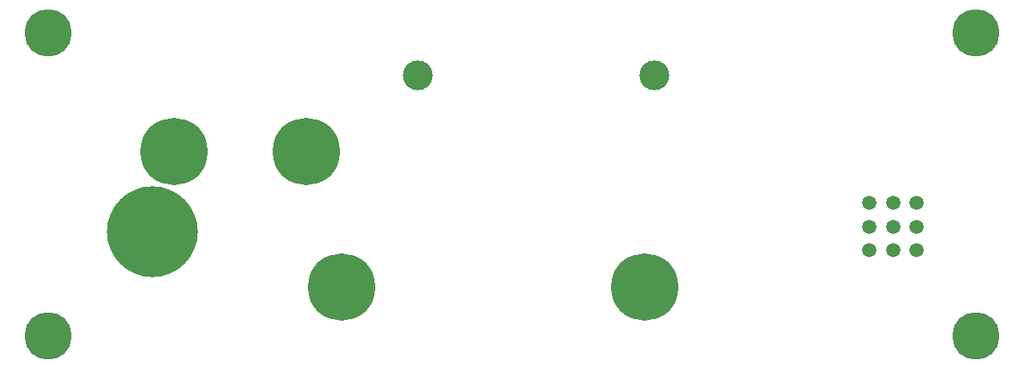
<source format=gbr>
G04 #@! TF.GenerationSoftware,KiCad,Pcbnew,(6.0.10)*
G04 #@! TF.CreationDate,2023-08-09T07:30:24+00:00*
G04 #@! TF.ProjectId,HL2IO_endcap,484c3249-4f5f-4656-9e64-6361702e6b69,2.1*
G04 #@! TF.SameCoordinates,PX2e593c0PY56057c0*
G04 #@! TF.FileFunction,Soldermask,Top*
G04 #@! TF.FilePolarity,Negative*
%FSLAX46Y46*%
G04 Gerber Fmt 4.6, Leading zero omitted, Abs format (unit mm)*
G04 Created by KiCad (PCBNEW (6.0.10)) date 2023-08-09 07:30:24*
%MOMM*%
%LPD*%
G01*
G04 APERTURE LIST*
%ADD10C,7.102000*%
%ADD11C,9.602000*%
%ADD12C,5.002000*%
%ADD13C,1.502000*%
%ADD14C,3.152000*%
G04 APERTURE END LIST*
D10*
X35000000Y9135000D03*
X67000000Y9135000D03*
D11*
X15000000Y15000000D03*
D12*
X102000000Y4000000D03*
X4000000Y4000000D03*
X4000000Y36000000D03*
X102000000Y36000000D03*
D13*
X93200000Y15500000D03*
X93200000Y18000000D03*
X95700000Y13000000D03*
X90700000Y13000000D03*
X90700000Y15500000D03*
X90700000Y18000000D03*
X95700000Y15500000D03*
X95700000Y18000000D03*
X93200000Y13000000D03*
D10*
X17300000Y23435000D03*
X31300000Y23435000D03*
D14*
X43000000Y31435000D03*
X68000000Y31435000D03*
M02*

</source>
